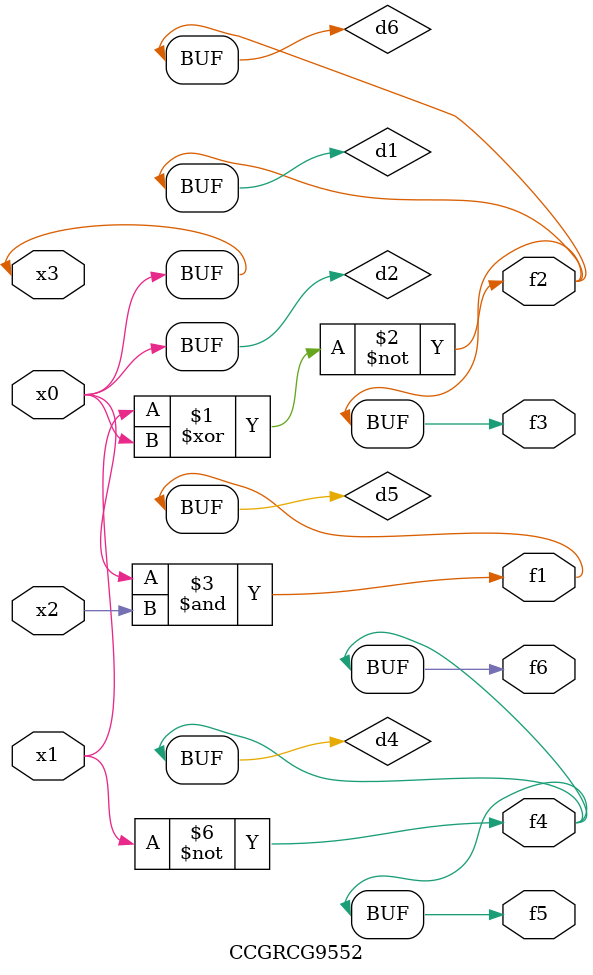
<source format=v>
module CCGRCG9552(
	input x0, x1, x2, x3,
	output f1, f2, f3, f4, f5, f6
);

	wire d1, d2, d3, d4, d5, d6;

	xnor (d1, x1, x3);
	buf (d2, x0, x3);
	nand (d3, x0, x2);
	not (d4, x1);
	nand (d5, d3);
	or (d6, d1);
	assign f1 = d5;
	assign f2 = d6;
	assign f3 = d6;
	assign f4 = d4;
	assign f5 = d4;
	assign f6 = d4;
endmodule

</source>
